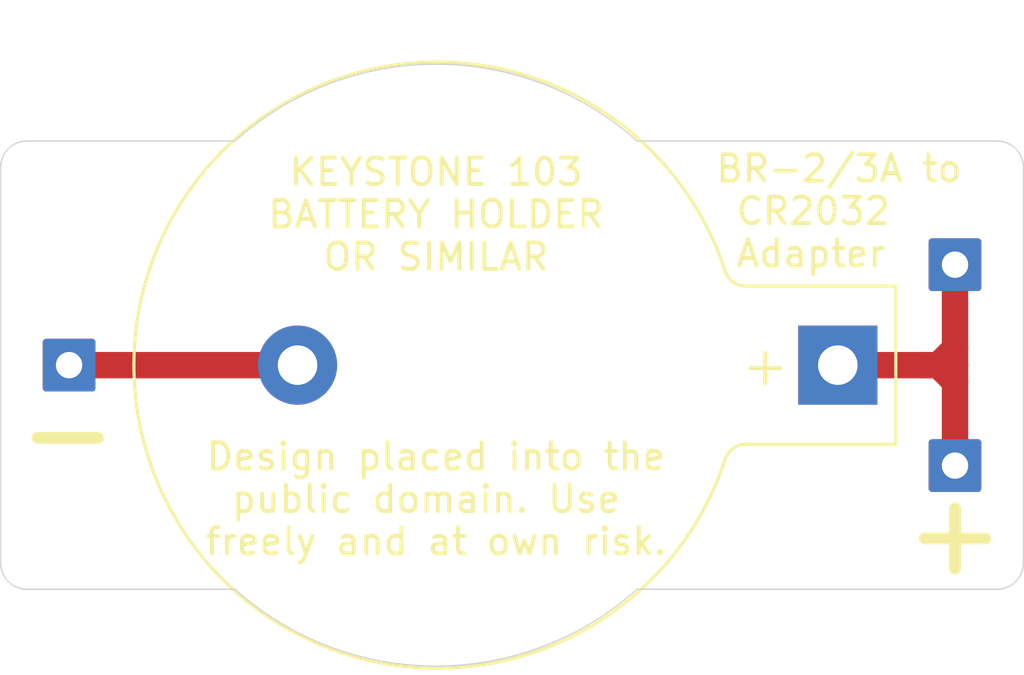
<source format=kicad_pcb>
(kicad_pcb (version 20171130) (host pcbnew "(5.1.9)-1")

  (general
    (thickness 1.6)
    (drawings 17)
    (tracks 10)
    (zones 0)
    (modules 4)
    (nets 3)
  )

  (page A4)
  (layers
    (0 F.Cu signal)
    (31 B.Cu signal)
    (32 B.Adhes user)
    (33 F.Adhes user)
    (34 B.Paste user)
    (35 F.Paste user)
    (36 B.SilkS user)
    (37 F.SilkS user)
    (38 B.Mask user)
    (39 F.Mask user)
    (40 Dwgs.User user)
    (41 Cmts.User user)
    (42 Eco1.User user)
    (43 Eco2.User user)
    (44 Edge.Cuts user)
    (45 Margin user)
    (46 B.CrtYd user)
    (47 F.CrtYd user)
    (48 B.Fab user)
    (49 F.Fab user)
  )

  (setup
    (last_trace_width 0.25)
    (user_trace_width 1)
    (trace_clearance 0.2)
    (zone_clearance 0.508)
    (zone_45_only no)
    (trace_min 0.2)
    (via_size 0.8)
    (via_drill 0.4)
    (via_min_size 0.4)
    (via_min_drill 0.3)
    (uvia_size 0.3)
    (uvia_drill 0.1)
    (uvias_allowed no)
    (uvia_min_size 0.2)
    (uvia_min_drill 0.1)
    (edge_width 0.05)
    (segment_width 0.2)
    (pcb_text_width 0.3)
    (pcb_text_size 1.5 1.5)
    (mod_edge_width 0.12)
    (mod_text_size 1 1)
    (mod_text_width 0.15)
    (pad_size 1.524 1.524)
    (pad_drill 0.762)
    (pad_to_mask_clearance 0)
    (aux_axis_origin 0 0)
    (visible_elements 7FFFFFFF)
    (pcbplotparams
      (layerselection 0x010f0_ffffffff)
      (usegerberextensions true)
      (usegerberattributes true)
      (usegerberadvancedattributes true)
      (creategerberjobfile true)
      (excludeedgelayer true)
      (linewidth 0.100000)
      (plotframeref false)
      (viasonmask false)
      (mode 1)
      (useauxorigin false)
      (hpglpennumber 1)
      (hpglpenspeed 20)
      (hpglpendiameter 15.000000)
      (psnegative false)
      (psa4output false)
      (plotreference true)
      (plotvalue true)
      (plotinvisibletext false)
      (padsonsilk false)
      (subtractmaskfromsilk false)
      (outputformat 1)
      (mirror false)
      (drillshape 0)
      (scaleselection 1)
      (outputdirectory "Gerber/"))
  )

  (net 0 "")
  (net 1 "Net-(BT1-Pad1)")
  (net 2 "Net-(BT1-Pad2)")

  (net_class Default "This is the default net class."
    (clearance 0.2)
    (trace_width 0.25)
    (via_dia 0.8)
    (via_drill 0.4)
    (uvia_dia 0.3)
    (uvia_drill 0.1)
    (add_net "Net-(BT1-Pad1)")
    (add_net "Net-(BT1-Pad2)")
  )

  (module Connector_Wire:SolderWire-1.5sqmm_1x01_D1.7mm_OD3.9mm (layer F.Cu) (tedit 60FEBF54) (tstamp 60FF122F)
    (at 152.4 88.9)
    (descr "Soldered wire connection, for a single 1.5 mm² wire, reinforced insulation, conductor diameter 1.7mm, outer diameter 3.9mm, size source Multi-Contact FLEXI-xV 1.5 (https://ec.staubli.com/AcroFiles/Catalogues/TM_Cab-Main-11014119_(en)_hi.pdf), bend radius 3 times outer diameter, generated with kicad-footprint-generator")
    (tags "connector wire 1.5sqmm")
    (path /60FEBF43)
    (attr virtual)
    (fp_text reference H2 (at 0 -3.15) (layer F.SilkS) hide
      (effects (font (size 1 1) (thickness 0.15)))
    )
    (fp_text value Pos (at 0 3.15) (layer F.Fab)
      (effects (font (size 1 1) (thickness 0.15)))
    )
    (fp_circle (center 0 0) (end 1.95 0) (layer F.Fab) (width 0.1))
    (fp_text user %R (at 0 0) (layer F.Fab)
      (effects (font (size 0.98 0.98) (thickness 0.15)))
    )
    (pad 1 thru_hole roundrect (at 0 0) (size 2 2) (drill 1) (layers *.Cu *.Mask) (roundrect_rratio 0.064)
      (net 1 "Net-(BT1-Pad1)"))
    (model ${KISYS3DMOD}/Connector_PinHeader_2.54mm.3dshapes/PinHeader_1x01_P2.54mm_Vertical.wrl
      (offset (xyz 0 0 -1.6))
      (scale (xyz 1 1 1))
      (rotate (xyz 180 0 0))
    )
  )

  (module Connector_Wire:SolderWire-1.5sqmm_1x01_D1.7mm_OD3.9mm (layer F.Cu) (tedit 60FEBF45) (tstamp 60FF1224)
    (at 152.4 81.28)
    (descr "Soldered wire connection, for a single 1.5 mm² wire, reinforced insulation, conductor diameter 1.7mm, outer diameter 3.9mm, size source Multi-Contact FLEXI-xV 1.5 (https://ec.staubli.com/AcroFiles/Catalogues/TM_Cab-Main-11014119_(en)_hi.pdf), bend radius 3 times outer diameter, generated with kicad-footprint-generator")
    (tags "connector wire 1.5sqmm")
    (path /60FEBADB)
    (attr virtual)
    (fp_text reference H1 (at 0 -3.15) (layer F.SilkS) hide
      (effects (font (size 1 1) (thickness 0.15)))
    )
    (fp_text value Pos (at 0 3.15) (layer F.Fab)
      (effects (font (size 1 1) (thickness 0.15)))
    )
    (fp_circle (center 0 0) (end 1.95 0) (layer F.Fab) (width 0.1))
    (fp_text user %R (at 0 0) (layer F.Fab)
      (effects (font (size 0.98 0.98) (thickness 0.15)))
    )
    (pad 1 thru_hole roundrect (at 0 0) (size 2 2) (drill 1) (layers *.Cu *.Mask) (roundrect_rratio 0.064)
      (net 1 "Net-(BT1-Pad1)"))
    (model ${KISYS3DMOD}/Connector_PinHeader_2.54mm.3dshapes/PinHeader_1x01_P2.54mm_Vertical.wrl
      (offset (xyz 0 0 -1.6))
      (scale (xyz 1 1 1))
      (rotate (xyz 180 0 0))
    )
  )

  (module Connector_Wire:SolderWire-1.5sqmm_1x01_D1.7mm_OD3.9mm (layer F.Cu) (tedit 60FEBEAD) (tstamp 60FF123A)
    (at 118.8 85.09)
    (descr "Soldered wire connection, for a single 1.5 mm² wire, reinforced insulation, conductor diameter 1.7mm, outer diameter 3.9mm, size source Multi-Contact FLEXI-xV 1.5 (https://ec.staubli.com/AcroFiles/Catalogues/TM_Cab-Main-11014119_(en)_hi.pdf), bend radius 3 times outer diameter, generated with kicad-footprint-generator")
    (tags "connector wire 1.5sqmm")
    (path /60FEB7ED)
    (attr virtual)
    (fp_text reference H3 (at 27.885 4.445) (layer F.SilkS) hide
      (effects (font (size 1 1) (thickness 0.15)))
    )
    (fp_text value Neg (at 0 3.15) (layer F.Fab)
      (effects (font (size 1 1) (thickness 0.15)))
    )
    (fp_circle (center 0 0) (end 1.95 0) (layer F.Fab) (width 0.1))
    (fp_text user %R (at 0 0) (layer F.Fab)
      (effects (font (size 0.98 0.98) (thickness 0.15)))
    )
    (pad 1 thru_hole roundrect (at 0 0) (size 2 2) (drill 1) (layers *.Cu *.Mask) (roundrect_rratio 0.064)
      (net 2 "Net-(BT1-Pad2)"))
    (model ${KISYS3DMOD}/Connector_PinHeader_2.54mm.3dshapes/PinHeader_1x01_P2.54mm_Vertical.wrl
      (offset (xyz 0 0 -1.6))
      (scale (xyz 1 1 1))
      (rotate (xyz 180 0 0))
    )
  )

  (module Battery:BatteryHolder_Keystone_103_1x20mm (layer F.Cu) (tedit 5787C32C) (tstamp 60FF1219)
    (at 147.955 85.09 180)
    (descr http://www.keyelco.com/product-pdf.cfm?p=719)
    (tags "Keystone type 103 battery holder")
    (path /60FEC40F)
    (fp_text reference BT1 (at -4.445 0) (layer F.SilkS) hide
      (effects (font (size 1 1) (thickness 0.15)))
    )
    (fp_text value Battery_Cell (at 15 13) (layer F.Fab)
      (effects (font (size 1 1) (thickness 0.15)))
    )
    (fp_line (start 0 -1.3) (end 0 1.3) (layer F.Fab) (width 0.1))
    (fp_line (start 16.2 -1.3) (end 0 -1.3) (layer F.Fab) (width 0.1))
    (fp_line (start 0 1.3) (end 16.2 1.3) (layer F.Fab) (width 0.1))
    (fp_line (start -2.1 -2.5) (end -2.1 2.5) (layer F.Fab) (width 0.1))
    (fp_line (start -1.7 2.9) (end 3.5306 2.9) (layer F.Fab) (width 0.1))
    (fp_line (start 3.5306 -2.9) (end -1.7 -2.9) (layer F.Fab) (width 0.1))
    (fp_line (start 23.5712 -7.7216) (end 22.6314 -6.858) (layer F.Fab) (width 0.1))
    (fp_line (start 23.5712 7.7216) (end 22.6568 6.8834) (layer F.Fab) (width 0.1))
    (fp_line (start -2.2 3) (end 3.5 3) (layer F.SilkS) (width 0.12))
    (fp_line (start -2.2 3) (end -2.2 -3) (layer F.SilkS) (width 0.12))
    (fp_line (start -2.2 -3) (end 3.5 -3) (layer F.SilkS) (width 0.12))
    (fp_line (start -2.45 3.25) (end -2.45 -3.25) (layer F.CrtYd) (width 0.05))
    (fp_line (start -2.45 3.25) (end 3.5 3.25) (layer F.CrtYd) (width 0.05))
    (fp_line (start -2.45 -3.25) (end 3.5 -3.25) (layer F.CrtYd) (width 0.05))
    (fp_arc (start -1.7 -2.5) (end -2.1 -2.5) (angle 90) (layer F.Fab) (width 0.1))
    (fp_arc (start -1.7 2.5) (end -2.1 2.5) (angle -90) (layer F.Fab) (width 0.1))
    (fp_arc (start 16.2 0) (end 16.2 -1.3) (angle 180) (layer F.Fab) (width 0.1))
    (fp_arc (start 3.5 -3.8) (end 3.5 -2.9) (angle -70) (layer F.Fab) (width 0.1))
    (fp_arc (start 15.2 0) (end 5.2 -1.3) (angle 180) (layer F.Fab) (width 0.1))
    (fp_arc (start 15.2 0) (end 9 -1.3) (angle 170) (layer F.Fab) (width 0.1))
    (fp_arc (start 15.2 0) (end 13.3 -1.3) (angle 150) (layer F.Fab) (width 0.1))
    (fp_arc (start 15.2 0) (end 13.3 1.3) (angle -150) (layer F.Fab) (width 0.1))
    (fp_arc (start 15.2 0) (end 9 1.3) (angle -170) (layer F.Fab) (width 0.1))
    (fp_arc (start 15.2 0) (end 5.2 1.3) (angle -180) (layer F.Fab) (width 0.1))
    (fp_arc (start 15.2 0) (end 4.35 -3.5) (angle 162.5) (layer F.Fab) (width 0.1))
    (fp_arc (start 15.2 0) (end 4.35 3.5) (angle -162.5) (layer F.Fab) (width 0.1))
    (fp_arc (start 3.5 3.8) (end 3.5 2.9) (angle 70) (layer F.Fab) (width 0.1))
    (fp_arc (start 3.5 -3.8) (end 3.5 -3) (angle -70) (layer F.SilkS) (width 0.12))
    (fp_arc (start 15.2 0) (end 4.25 -3.5) (angle 162.5) (layer F.SilkS) (width 0.12))
    (fp_arc (start 3.5 3.8) (end 3.5 3) (angle 70) (layer F.SilkS) (width 0.12))
    (fp_arc (start 15.2 0) (end 4.25 3.5) (angle -162.5) (layer F.SilkS) (width 0.12))
    (fp_arc (start 3.5 -3.8) (end 3.5 -3.25) (angle -70) (layer F.CrtYd) (width 0.05))
    (fp_arc (start 3.5 3.8) (end 3.5 3.25) (angle 70) (layer F.CrtYd) (width 0.05))
    (fp_arc (start 15.2 0) (end 4.01 -3.6) (angle 162.5) (layer F.CrtYd) (width 0.05))
    (fp_arc (start 15.2 0) (end 4.01 3.6) (angle -162.5) (layer F.CrtYd) (width 0.05))
    (fp_text user %R (at 0 0) (layer F.Fab)
      (effects (font (size 1 1) (thickness 0.15)))
    )
    (fp_text user + (at 2.75 0) (layer F.SilkS)
      (effects (font (size 1.5 1.5) (thickness 0.15)))
    )
    (pad 1 thru_hole rect (at 0 0 180) (size 3 3) (drill 1.5) (layers *.Cu *.Mask)
      (net 1 "Net-(BT1-Pad1)"))
    (pad 2 thru_hole circle (at 20.49 0 180) (size 3 3) (drill 1.5) (layers *.Cu *.Mask)
      (net 2 "Net-(BT1-Pad2)"))
    (model ${KISYS3DMOD}/Battery.3dshapes/BatteryHolder_Keystone_103_1x20mm.wrl
      (at (xyz 0 0 0))
      (scale (xyz 1 1 1))
      (rotate (xyz 0 0 0))
    )
  )

  (gr_text "Design placed into the\npublic domain. Use \nfreely and at own risk." (at 132.715 90.17) (layer F.SilkS)
    (effects (font (size 1 1) (thickness 0.15)))
  )
  (gr_text "BR-2/3A to\n CR2032\n Adapter" (at 143.256 79.248) (layer F.SilkS)
    (effects (font (size 1 1) (thickness 0.15)) (justify left))
  )
  (gr_text - (at 118.745 87.63) (layer F.SilkS)
    (effects (font (size 3 3) (thickness 0.45)))
  )
  (gr_text + (at 152.4 91.44) (layer F.SilkS)
    (effects (font (size 3 3) (thickness 0.45)))
  )
  (gr_text "KEYSTONE 103\nBATTERY HOLDER\nOR SIMILAR\n" (at 132.715 79.375) (layer F.SilkS)
    (effects (font (size 1 1) (thickness 0.15)))
  )
  (gr_arc (start 132.715 85.09) (end 125.095002 93.589999) (angle -83.75058075) (layer Edge.Cuts) (width 0.05))
  (gr_line (start 117.205 93.59) (end 125.095001 93.59) (layer Edge.Cuts) (width 0.05) (tstamp 60FF16F8))
  (gr_line (start 153.995 93.59) (end 140.335 93.59) (layer Edge.Cuts) (width 0.05))
  (gr_arc (start 132.715 85.09) (end 140.334999 76.590001) (angle -83.75058449) (layer Edge.Cuts) (width 0.05))
  (gr_line (start 117.205 76.59) (end 125.095 76.59) (layer Edge.Cuts) (width 0.05))
  (gr_line (start 153.995 76.59) (end 140.335 76.59) (layer Edge.Cuts) (width 0.05))
  (gr_arc (start 153.995 92.59) (end 153.995 93.59) (angle -90) (layer Edge.Cuts) (width 0.05))
  (gr_arc (start 153.995 77.59) (end 154.995 77.59) (angle -90) (layer Edge.Cuts) (width 0.05))
  (gr_arc (start 117.205 77.59) (end 117.205 76.59) (angle -90) (layer Edge.Cuts) (width 0.05))
  (gr_arc (start 117.205 92.59) (end 116.205 92.59) (angle -90) (layer Edge.Cuts) (width 0.05))
  (gr_line (start 154.995 92.59) (end 154.995 77.59) (layer Edge.Cuts) (width 0.05))
  (gr_line (start 116.205 77.59) (end 116.205 92.59) (layer Edge.Cuts) (width 0.05))

  (segment (start 151.765 85.09) (end 152.4 84.455) (width 1) (layer F.Cu) (net 1))
  (segment (start 152.4 84.455) (end 152.4 81.28) (width 1) (layer F.Cu) (net 1))
  (segment (start 152.4 85.09) (end 152.4 84.455) (width 1) (layer F.Cu) (net 1))
  (segment (start 147.955 85.09) (end 151.13 85.09) (width 1) (layer F.Cu) (net 1))
  (segment (start 151.13 85.09) (end 152.4 85.09) (width 1) (layer F.Cu) (net 1))
  (segment (start 151.765 85.09) (end 152.4 85.725) (width 1) (layer F.Cu) (net 1))
  (segment (start 151.13 85.09) (end 151.765 85.09) (width 1) (layer F.Cu) (net 1))
  (segment (start 152.4 85.725) (end 152.4 88.9) (width 1) (layer F.Cu) (net 1))
  (segment (start 152.4 85.09) (end 152.4 85.725) (width 1) (layer F.Cu) (net 1))
  (segment (start 127.465 85.09) (end 118.8 85.09) (width 1) (layer F.Cu) (net 2))

)

</source>
